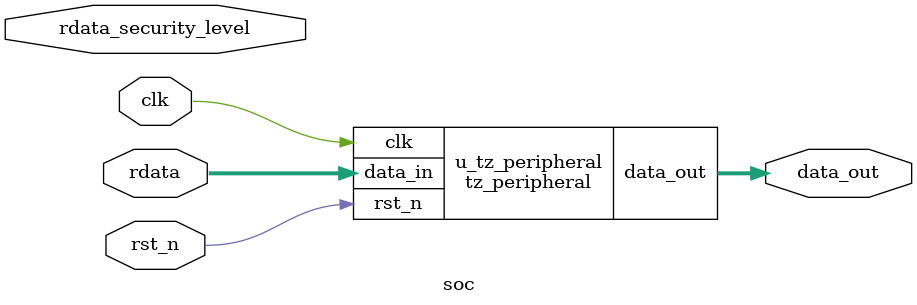
<source format=v>
module tz_peripheral(clk, rst_n, data_in, data_in_security_level, data_out);
input clk, rst_n;
input data_in_security_level;
input [31:0] data_in;
output reg [31:0] data_out;

always @ (posedge clk)
begin
    if (!rst_n)
        data_out <= 0;
    else if (data_in_security_level)
        data_out <= data_in;
    else 
        data_out <= data_out;
end

endmodule


// Instantiation of IP in a parent system
module soc(clk, rst_n, rdata, rdata_security_level, data_out);

input clk, rst_n;
input [31:0] rdata;
input rdata_security_level;

output [31:0]  data_out;


    tz_peripheral u_tz_peripheral(
    .clk(clk),
    .rst_n(rst_n),
    .data_in(rdata),
    //Copy-and-paste error or typo grounds data_in_security_level (in this example 0=secure, 1=non-secure) effectively promoting all data to "secure")
    .data_out(data_out)
    );

endmodule
</source>
